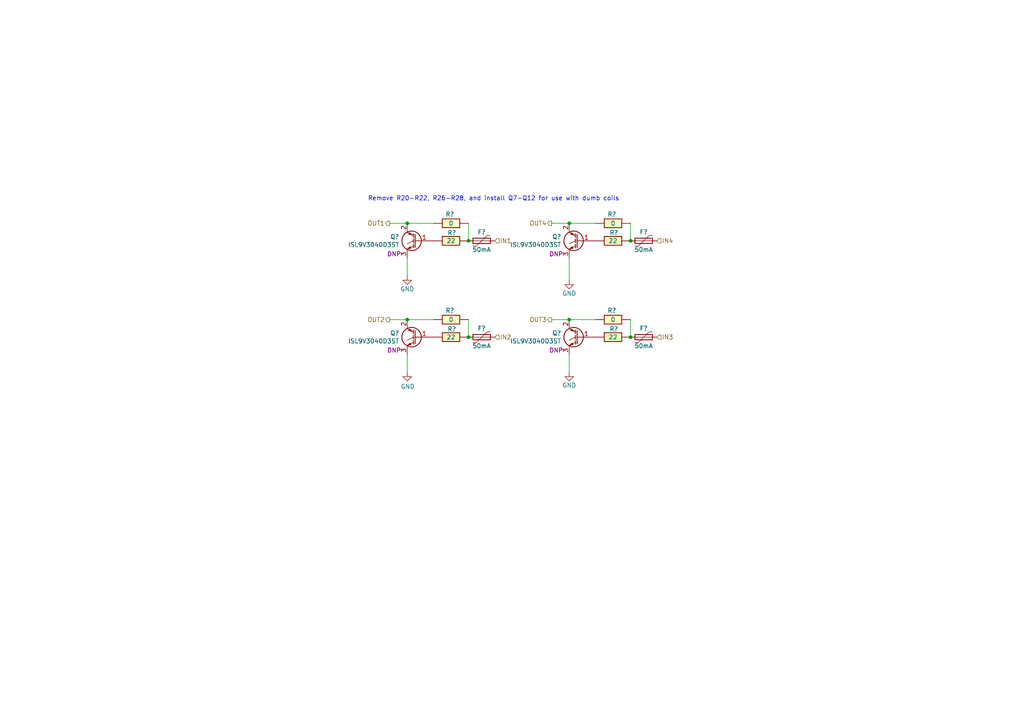
<source format=kicad_sch>
(kicad_sch (version 20250114) (generator "eeschema") (generator_version "9.0")
  (paper "A4")
  (title_block (title "UAEFI") (date "2025-04-30") (rev "E") (company "rusEFI.com"))
  (lib_symbols
    (symbol "Device:Polyfuse" (pin_numbers (hide yes)) (pin_names (offset 0))
      (property "Reference" "F" (at -2.54 0 90))
      (property "Value" "Polyfuse" (at 2.54 0 90))
      (symbol "Polyfuse_0_1"
        (polyline (pts (xy -1.524 2.54) (xy -1.524 1.524) (xy 1.524 -1.524) (xy 1.524 -2.54)))
        (rectangle (start -0.762 2.54) (end 0.762 -2.54) (stroke (width 0.254)))
        (polyline (pts (xy 0 2.54) (xy 0 -2.54)))
      )
      (symbol "Polyfuse_1_1"
        (pin passive line (at 0 3.81 270) (length 1.27) (name "~") (number "1"))
        (pin passive line (at 0 -3.81 90) (length 1.27) (name "~") (number "2"))
      )
    )
    (symbol "Device:Q_NIGBT_GCE" (pin_names (offset 0) (hide yes))
      (property "Reference" "Q" (at 5.08 1.27 0))
      (property "Value" "Q_NIGBT_GCE" (at 5.08 -1.27 0))
      (symbol "Q_NIGBT_GCE_0_1"
        (polyline (pts (xy 0.254 1.905) (xy 0.254 -1.905) (xy 0.254 -1.905)) (stroke (width 0.254)))
        (polyline (pts (xy 0.762 2.032) (xy 0.762 1.016)) (stroke (width 0.254)))
        (polyline (pts (xy 0.762 0.508) (xy 0.762 -0.508)) (stroke (width 0.254)))
        (polyline (pts (xy 0.762 -1.016) (xy 0.762 -2.032)) (stroke (width 0.254)))
        (circle (center 1.27 0) (radius 2.8194) (stroke (width 0.254)))
        (polyline (pts (xy 1.397 -2.159) (xy 1.651 -1.651) (xy 2.54 -2.413) (xy 1.397 -2.159)) (fill (type outline)))
        (polyline (pts (xy 2.159 1.905) (xy 1.905 2.413) (xy 1.016 1.651) (xy 2.159 1.905)) (fill (type outline)))
        (polyline (pts (xy 2.54 2.413) (xy 0.762 1.524)))
        (polyline (pts (xy 2.54 -0.889) (xy 0.762 0)))
        (polyline (pts (xy 2.54 -2.413) (xy 0.762 -1.524)))
      )
      (symbol "Q_NIGBT_GCE_1_1"
        (pin input line (at -5.08 0 0) (length 5.334) (name "G") (number "1"))
        (pin passive line (at 2.54 5.08 270) (length 2.54) (name "C") (number "2"))
        (pin passive line (at 2.54 -5.08 90) (length 2.54) (name "E") (number "3"))
      )
    )
    (symbol "hellen-one-common:Res" (pin_numbers (hide yes))
      (property "Reference" "R" (at 3.81 2.54 0))
      (property "Value" "Res" (at 5.08 -2.54 0))
      (symbol "Res_1_0"
        (rectangle (start 2.54 -1.27) (end 7.62 1.27) (stroke (width 0.254)) (fill (type background)))
        (pin passive line (at 0 0 0) (length 2.54) (name "") (number "1"))
        (pin passive line (at 10.16 0 180) (length 2.54) (name "") (number "2"))
      )
    )
    (symbol "power:GND" (power) (pin_numbers (hide yes)) (pin_names (offset 0) (hide yes))
      (property "Value" "GND" (at 0 -3.81 0))
      (symbol "GND_0_1"
        (polyline (pts (xy 0 0) (xy 0 -1.27) (xy 1.27 -1.27) (xy 0 -2.54) (xy -1.27 -1.27) (xy 0 -1.27)))
      )
      (symbol "GND_1_1"
        (pin power_in line (at 0 0 270) (length 0) (name "~") (number "1"))
      )
    )
  )
  (text "Remove R20-R22, R26-R28, and install Q7-Q12 for use with dumb coils" (at 106.68 58.42 0) (effects (font (size 1.27 1.27)) (justify left bottom)))
  (junction (at 118.11 64.77))
  (junction (at 165.1 92.71))
  (junction (at 135.89 69.85))
  (junction (at 118.11 92.71))
  (junction (at 135.89 97.79))
  (junction (at 165.1 64.77))
  (junction (at 182.88 69.85))
  (junction (at 182.88 97.79))
  (wire (pts (xy 182.88 64.77) (xy 182.88 69.85)))
  (wire (pts (xy 160.02 64.77) (xy 165.1 64.77)))
  (wire (pts (xy 118.11 102.87) (xy 118.11 107.95)))
  (wire (pts (xy 160.02 92.71) (xy 165.1 92.71)))
  (wire (pts (xy 118.11 74.93) (xy 118.11 80.01)))
  (wire (pts (xy 165.1 74.93) (xy 165.1 81.28)))
  (wire (pts (xy 135.89 92.71) (xy 135.89 97.79)))
  (wire (pts (xy 165.1 64.77) (xy 172.72 64.77)))
  (wire (pts (xy 182.88 92.71) (xy 182.88 97.79)))
  (wire (pts (xy 165.1 92.71) (xy 172.72 92.71)))
  (wire (pts (xy 113.03 64.77) (xy 118.11 64.77)))
  (wire (pts (xy 118.11 92.71) (xy 125.73 92.71)))
  (wire (pts (xy 165.1 102.87) (xy 165.1 107.95)))
  (wire (pts (xy 118.11 64.77) (xy 125.73 64.77)))
  (wire (pts (xy 113.03 92.71) (xy 118.11 92.71)))
  (wire (pts (xy 135.89 64.77) (xy 135.89 69.85)))
  (hierarchical_label "OUT1" (shape output) (at 113.03 64.77 180))
  (hierarchical_label "OUT3" (shape output) (at 160.02 92.71 180))
  (hierarchical_label "IN2" (shape input) (at 143.51 97.79 0))
  (hierarchical_label "OUT2" (shape output) (at 113.03 92.71 180))
  (hierarchical_label "IN3" (shape input) (at 190.5 97.79 0))
  (hierarchical_label "IN1" (shape input) (at 143.51 69.85 0))
  (hierarchical_label "OUT4" (shape output) (at 160.02 64.77 180))
  (hierarchical_label "IN4" (shape input) (at 190.5 69.85 0))
  (symbol (lib_id "Device:Q_NIGBT_GCE") (at 167.64 97.79 0) (mirror y) (unit 1)
    (property "Reference" "Q?" (at 162.7886 96.6216 0) (effects (justify left)))
    (property "Value" "ISL9V3040D3ST" (at 162.7886 98.933 0) (effects (justify left)))
    (property "Footprint" "Package_TO_SOT_SMD:TO-252-2" (effects (hide yes)))
    (property "MyComment" "DNP" (at 161.29 101.6 0))
  )
  (symbol (lib_id "hellen-one-common:Res") (at 125.73 69.85 0) (mirror x) (unit 1)
    (property "Reference" "R?" (at 131.052 67.5018 0))
    (property "Value" "22" (at 130.81 69.85 0))
    (property "Footprint" "hellen-one-common:R0603" (effects (hide yes)))
    (property "LCSC" "C23345" (effects (hide yes)))
  )
  (symbol (lib_id "hellen-one-common:Res") (at 182.88 64.77 0) (mirror y) (unit 1)
    (property "Reference" "R?" (at 177.4796 62.1253 0))
    (property "Value" "0" (at 177.8 64.77 0))
    (property "Footprint" "Resistor_SMD:R_2512_6332Metric" (effects (hide yes)))
    (property "LCSC" "C25469" (effects (hide yes)))
  )
  (symbol (lib_id "hellen-one-common:Res") (at 125.73 97.79 0) (mirror x) (unit 1)
    (property "Reference" "R?" (at 131.052 95.4418 0))
    (property "Value" "22" (at 130.81 97.79 0))
    (property "Footprint" "hellen-one-common:R0603" (effects (hide yes)))
    (property "LCSC" "C23345" (effects (hide yes)))
  )
  (symbol (lib_id "power:GND") (at 165.1 107.95 0) (unit 1)
    (property "Reference" "#PWR?" (effects (hide yes)))
    (property "Value" "GND" (at 165.1 111.76 0))
    (property "Description" "Power symbol creates a global label with name \"GND\" , ground" (effects (hide yes)))
  )
  (symbol (lib_id "hellen-one-common:Res") (at 135.89 64.77 0) (mirror y) (unit 1)
    (property "Reference" "R?" (at 130.4896 62.1253 0))
    (property "Value" "0" (at 130.81 64.77 0))
    (property "Footprint" "Resistor_SMD:R_2512_6332Metric" (effects (hide yes)))
    (property "LCSC" "C25469" (effects (hide yes)))
  )
  (symbol (lib_id "Device:Q_NIGBT_GCE") (at 120.65 69.85 0) (mirror y) (unit 1)
    (property "Reference" "Q?" (at 115.7986 68.6816 0) (effects (justify left)))
    (property "Value" "ISL9V3040D3ST" (at 115.7986 70.993 0) (effects (justify left)))
    (property "Footprint" "Package_TO_SOT_SMD:TO-252-2" (effects (hide yes)))
    (property "MyComment" "DNP" (at 114.3 73.66 0))
  )
  (symbol (lib_id "hellen-one-common:Res") (at 172.72 97.79 0) (mirror x) (unit 1)
    (property "Reference" "R?" (at 178.042 95.4418 0))
    (property "Value" "22" (at 177.8 97.79 0))
    (property "Footprint" "hellen-one-common:R0603" (effects (hide yes)))
    (property "LCSC" "C23345" (effects (hide yes)))
  )
  (symbol (lib_id "Device:Q_NIGBT_GCE") (at 120.65 97.79 0) (mirror y) (unit 1)
    (property "Reference" "Q?" (at 115.7986 96.6216 0) (effects (justify left)))
    (property "Value" "ISL9V3040D3ST" (at 115.7986 98.933 0) (effects (justify left)))
    (property "Footprint" "Package_TO_SOT_SMD:TO-252-2" (effects (hide yes)))
    (property "MyComment" "DNP" (at 114.3 101.6 0))
  )
  (symbol (lib_id "power:GND") (at 118.11 80.01 0) (unit 1)
    (property "Reference" "#PWR?" (effects (hide yes)))
    (property "Value" "GND" (at 118.11 83.82 0))
    (property "Description" "Power symbol creates a global label with name \"GND\" , ground" (effects (hide yes)))
  )
  (symbol (lib_id "Device:Polyfuse") (at 139.7 69.85 90) (unit 1)
    (property "Reference" "F?" (at 139.7 67.31 90))
    (property "Value" "50mA" (at 139.7 72.39 90))
    (property "Footprint" "Fuse:Fuse_0603_1608Metric" (effects (hide yes)))
    (property "LCSC" "C369141" (effects (hide yes)))
  )
  (symbol (lib_id "Device:Q_NIGBT_GCE") (at 167.64 69.85 0) (mirror y) (unit 1)
    (property "Reference" "Q?" (at 162.7886 68.6816 0) (effects (justify left)))
    (property "Value" "ISL9V3040D3ST" (at 162.7886 70.993 0) (effects (justify left)))
    (property "Footprint" "Package_TO_SOT_SMD:TO-252-2" (effects (hide yes)))
    (property "MyComment" "DNP" (at 161.29 73.66 0))
  )
  (symbol (lib_id "Device:Polyfuse") (at 139.7 97.79 90) (unit 1)
    (property "Reference" "F?" (at 139.7 95.25 90))
    (property "Value" "50mA" (at 139.7 100.33 90))
    (property "Footprint" "Fuse:Fuse_0603_1608Metric" (effects (hide yes)))
    (property "LCSC" "C369141" (effects (hide yes)))
  )
  (symbol (lib_id "power:GND") (at 165.1 81.28 0) (unit 1)
    (property "Reference" "#PWR?" (effects (hide yes)))
    (property "Value" "GND" (at 165.1 85.09 0))
    (property "Description" "Power symbol creates a global label with name \"GND\" , ground" (effects (hide yes)))
  )
  (symbol (lib_id "hellen-one-common:Res") (at 135.89 92.71 0) (mirror y) (unit 1)
    (property "Reference" "R?" (at 130.4896 90.0653 0))
    (property "Value" "0" (at 130.81 92.71 0))
    (property "Footprint" "Resistor_SMD:R_2512_6332Metric" (effects (hide yes)))
    (property "LCSC" "C25469" (effects (hide yes)))
  )
  (symbol (lib_id "hellen-one-common:Res") (at 172.72 69.85 0) (mirror x) (unit 1)
    (property "Reference" "R?" (at 178.042 67.5018 0))
    (property "Value" "22" (at 177.8 69.85 0))
    (property "Footprint" "hellen-one-common:R0603" (effects (hide yes)))
    (property "LCSC" "C23345" (effects (hide yes)))
  )
  (symbol (lib_id "power:GND") (at 118.11 107.95 0) (unit 1)
    (property "Reference" "#PWR?" (effects (hide yes)))
    (property "Value" "GND" (at 118.2594 112.121 0))
    (property "Description" "Power symbol creates a global label with name \"GND\" , ground" (effects (hide yes)))
  )
  (symbol (lib_id "hellen-one-common:Res") (at 182.88 92.71 0) (mirror y) (unit 1)
    (property "Reference" "R?" (at 177.4796 90.0653 0))
    (property "Value" "0" (at 177.8 92.71 0))
    (property "Footprint" "Resistor_SMD:R_2512_6332Metric" (effects (hide yes)))
    (property "LCSC" "C25469" (effects (hide yes)))
  )
  (symbol (lib_id "Device:Polyfuse") (at 186.69 69.85 90) (unit 1)
    (property "Reference" "F?" (at 186.69 67.31 90))
    (property "Value" "50mA" (at 186.69 72.39 90))
    (property "Footprint" "Fuse:Fuse_0603_1608Metric" (effects (hide yes)))
    (property "LCSC" "C369141" (effects (hide yes)))
  )
  (symbol (lib_id "Device:Polyfuse") (at 186.69 97.79 90) (unit 1)
    (property "Reference" "F?" (at 186.69 95.25 90))
    (property "Value" "50mA" (at 186.69 100.33 90))
    (property "Footprint" "Fuse:Fuse_0603_1608Metric" (effects (hide yes)))
    (property "LCSC" "C369141" (effects (hide yes)))
  )
)
</source>
